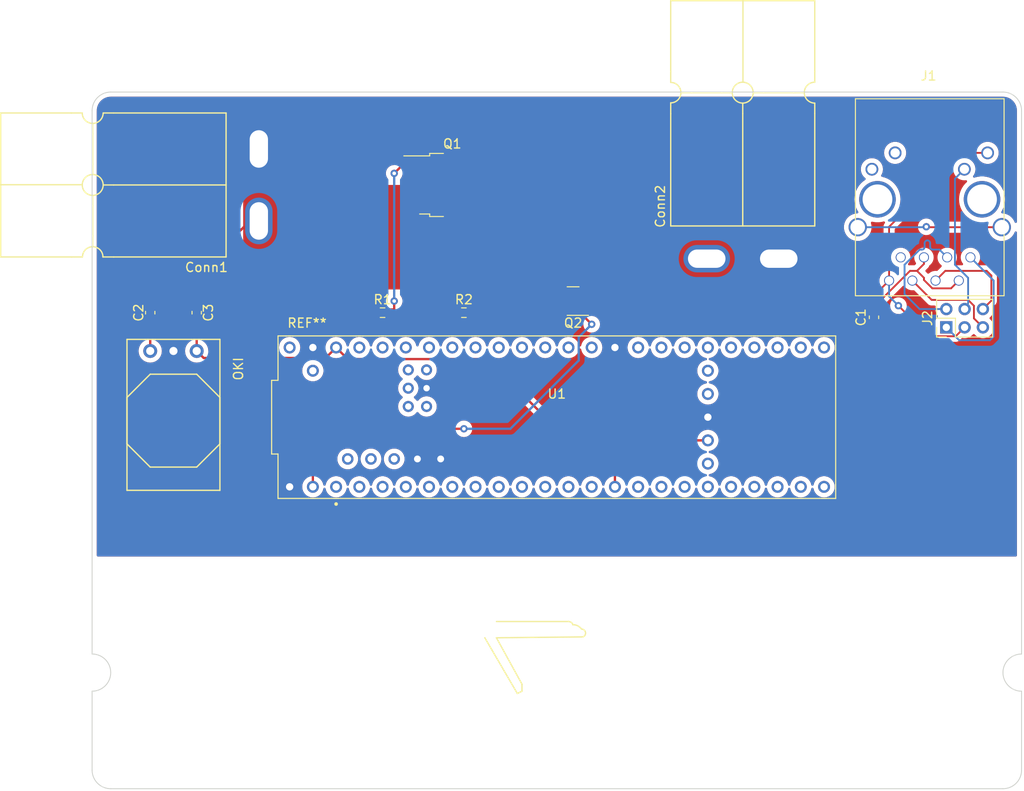
<source format=kicad_pcb>
(kicad_pcb (version 20211014) (generator pcbnew)
  (layers (0 "F.Cu" signal) (31 "B.Cu" signal) (34 "B.Paste" user) (35 "F.Paste" user) (36 "B.SilkS" user "B.Silkscreen") (37 "F.SilkS" user "F.Silkscreen") (38 "B.Mask" user) (39 "F.Mask" user) (44 "Edge.Cuts" user))
  (net 0 "")
  (net 1 "Net-(C1-Pad1)")
  (net 2 "Net-(C1-Pad2)")
  (net 3 "GND")
  (net 4 "+36V")
  (net 5 "Net-(Conn2-Pad4)")
  (net 6 "unconnected-(J1-PadSH)")
  (net 8 "Net-(J1-Pad10)")
  (net 10 "/Tx+")
  (net 11 "/Tx-")
  (net 13 "/Rx+")
  (net 14 "/Rx-")
  (net 15 "Net-(Q1-Pad1)")
  (net 16 "M1_EN")
  (net 17 "Net-(Q2-Pad3)")
  (net 22 "+3V3")
  (footprint "Resistor_SMD:R_0603_1608Metric_Pad0.98x0.95mm_HandSolder" (layer "F.Cu") (at 92.71 66.04)
    (fp_text reference "R1" (at 0 -1.43) (layer "F.SilkS"))
    (fp_text value "10k")
    (fp_line (start -0.254724 0.5225) (end 0.254724 0.5225) (layer "F.SilkS") (width 0.12))
    (fp_line (start -0.254724 -0.5225) (end 0.254724 -0.5225) (layer "F.SilkS") (width 0.12))
    (pad "1" smd roundrect (at -0.9125 0) (size 0.975 0.95) (layers "F.Cu" "F.Paste" "F.Mask") (net 4 "+36V"))
    (pad "2" smd roundrect (at 0.9125 0) (size 0.975 0.95) (layers "F.Cu" "F.Paste" "F.Mask") (net 15 "Net-(Q1-Pad1)"))
  )
  (footprint "MRDT_Connectors:Square_Anderson_2_H_Side_By_Side_PV" (layer "F.Cu") (at 79.3078 47.833)
    (fp_text reference "Conn1" (at -5.85 13.25) (layer "F.SilkS"))
    (fp_text value "AndersonPP")
    (fp_line (start -3.706 -3.637) (end -3.706 12.111) (layer "F.SilkS") (width 0.15))
    (fp_line (start -15.9996 -3.637) (end -3.706 -3.637) (layer "F.SilkS") (width 0.15))
    (fp_line (start -18.2856 1.951) (end -18.2856 -1.3256) (layer "F.SilkS") (width 0.15))
    (fp_line (start -28.344 -3.637) (end -28.344 12.111) (layer "F.SilkS") (width 0.15))
    (fp_line (start -15.9996 4.237) (end -17.1426 4.237) (layer "F.SilkS") (width 0.15))
    (fp_line (start -18.2856 1.951) (end -18.2856 3.094) (layer "F.SilkS") (width 0.15))
    (fp_line (start -20.597 12.111) (end -19.4286 12.111) (layer "F.SilkS") (width 0.15))
    (fp_line (start -15.9996 12.111) (end -3.706 12.111) (layer "F.SilkS") (width 0.15))
    (fp_line (start -28.3186 4.2116) (end -19.4286 4.2116) (layer "F.SilkS") (width 0.15))
    (fp_line (start -28.3186 -3.637) (end -20.5716 -3.637) (layer "F.SilkS") (width 0.15))
    (fp_line (start -15.9742 12.111) (end -17.168 12.111) (layer "F.SilkS") (width 0.15))
    (fp_line (start -16.025 -3.637) (end -17.1172 -3.637) (layer "F.SilkS") (width 0.15))
    (fp_line (start -20.5716 12.111) (end -28.3186 12.111) (layer "F.SilkS") (width 0.15))
    (fp_line (start -18.2856 6.523) (end -18.2856 9.825) (layer "F.SilkS") (width 0.15))
    (fp_line (start -19.4286 -3.637) (end -20.6478 -3.637) (layer "F.SilkS") (width 0.15))
    (fp_line (start -18.2856 -2.494) (end -18.2856 -1.3256) (layer "F.SilkS") (width 0.15))
    (fp_line (start -18.2856 9.7996) (end -18.2856 10.968) (layer "F.SilkS") (width 0.15))
    (fp_line (start -18.2856 6.523) (end -18.2856 5.38) (layer "F.SilkS") (width 0.15))
    (fp_line (start -15.9996 4.237) (end -3.706 4.237) (layer "F.SilkS") (width 0.15))
    (fp_arc (start -19.4032 12.111) (mid -19.075863 11.320737) (end -18.2856 10.9934) (layer "F.SilkS") (width 0.15))
    (fp_arc (start -18.2856 10.9934) (mid -17.495337 11.320737) (end -17.168 12.111) (layer "F.SilkS") (width 0.15))
    (fp_arc (start -17.1426 -3.637) (mid -17.477377 -2.828777) (end -18.2856 -2.494) (layer "F.SilkS") (width 0.15))
    (fp_arc (start -18.2856 -2.494) (mid -19.093823 -2.828777) (end -19.4286 -3.637) (layer "F.SilkS") (width 0.15))
    (fp_circle (center -18.2856 4.237) (end -18.2856 5.38) (layer "F.SilkS") (width 0.15) (fill none))
    (pad "1" thru_hole oval locked (at -0.1246 0.3) (size 3 5.1) (drill oval 2 4.1) (layers *.Cu *.Mask) (net 3 "GND"))
    (pad "4" thru_hole oval locked (at -0.1246 8.174) (size 3 5.1) (drill oval 2 4.1) (layers *.Cu *.Mask) (net 4 "+36V"))
  )
  (footprint "Package_TO_SOT_SMD:SOT-23" (layer "F.Cu") (at 113.538 64.77 180)
    (fp_text reference "Q2" (at 0 -2.4) (layer "F.SilkS"))
    (fp_text value "Q_NMOS_GSD")
    (fp_line (start 0 -1.56) (end -1.675 -1.56) (layer "F.SilkS") (width 0.12))
    (fp_line (start 0 -1.56) (end 0.65 -1.56) (layer "F.SilkS") (width 0.12))
    (fp_line (start 0 1.56) (end -0.65 1.56) (layer "F.SilkS") (width 0.12))
    (fp_line (start 0 1.56) (end 0.65 1.56) (layer "F.SilkS") (width 0.12))
    (pad "1" smd roundrect (at -0.9375 -0.95 180) (size 1.475 0.6) (layers "F.Cu" "F.Paste" "F.Mask") (net 16 "M1_EN"))
    (pad "2" smd roundrect (at -0.9375 0.95 180) (size 1.475 0.6) (layers "F.Cu" "F.Paste" "F.Mask") (net 3 "GND"))
    (pad "3" smd roundrect (at 0.9375 0 180) (size 1.475 0.6) (layers "F.Cu" "F.Paste" "F.Mask") (net 17 "Net-(Q2-Pad3)"))
  )
  (footprint "Package_TO_SOT_SMD:TO-252-2" (layer "F.Cu") (at 100.33 52.07)
    (fp_text reference "Q1" (at 0 -4.5) (layer "F.SilkS"))
    (fp_text value "Q_PMOS_GDS")
    (fp_line (start -2.47 -3.45) (end -2.47 -3.18) (layer "F.SilkS") (width 0.12))
    (fp_line (start -2.47 3.18) (end -3.57 3.18) (layer "F.SilkS") (width 0.12))
    (fp_line (start -0.97 -3.45) (end -2.47 -3.45) (layer "F.SilkS") (width 0.12))
    (fp_line (start -0.97 3.45) (end -2.47 3.45) (layer "F.SilkS") (width 0.12))
    (fp_line (start -2.47 -3.18) (end -5.3 -3.18) (layer "F.SilkS") (width 0.12))
    (fp_line (start -2.47 3.45) (end -2.47 3.18) (layer "F.SilkS") (width 0.12))
    (pad "1" smd rect (at -4.2 -2.28) (size 2.2 1.2) (layers "F.Cu" "F.Paste" "F.Mask") (net 15 "Net-(Q1-Pad1)"))
    (pad "2" smd rect (at 2.1 0) (size 6.4 5.8) (layers "F.Cu" "F.Mask") (net 5 "Net-(Conn2-Pad4)"))
    (pad "3" smd rect (at -4.2 2.28) (size 2.2 1.2) (layers "F.Cu" "F.Paste" "F.Mask") (net 4 "+36V"))
  )
  (footprint "Capacitor_SMD:C_0603_1608Metric_Pad1.08x0.95mm_HandSolder" (layer "F.Cu") (at 67.31 66.04 90)
    (fp_text reference "C2" (at 0 -1.27 90) (layer "F.SilkS"))
    (fp_text value "10uF")
    (fp_line (start -0.146267 -0.51) (end 0.146267 -0.51) (layer "F.SilkS") (width 0.12))
    (fp_line (start -0.146267 0.51) (end 0.146267 0.51) (layer "F.SilkS") (width 0.12))
    (pad "1" smd roundrect (at -0.8625 0 90) (size 1.075 0.95) (layers "F.Cu" "F.Paste" "F.Mask") (net 4 "+36V"))
    (pad "2" smd roundrect (at 0.8625 0 90) (size 1.075 0.95) (layers "F.Cu" "F.Paste" "F.Mask") (net 3 "GND"))
  )
  (footprint "MRDT_Connectors:Square_Anderson_2_H_Side_By_Side_PV" (layer "F.Cu") (at 136.317 60.2578 -90)
    (fp_text reference "Conn2" (at -5.85 13.25 90) (layer "F.SilkS"))
    (fp_text value "AndersonPP")
    (fp_line (start -28.3186 4.2116) (end -19.4286 4.2116) (layer "F.SilkS") (width 0.15))
    (fp_line (start -28.3186 -3.637) (end -20.5716 -3.637) (layer "F.SilkS") (width 0.15))
    (fp_line (start -28.344 -3.637) (end -28.344 12.111) (layer "F.SilkS") (width 0.15))
    (fp_line (start -15.9742 12.111) (end -17.168 12.111) (layer "F.SilkS") (width 0.15))
    (fp_line (start -15.9996 4.237) (end -17.1426 4.237) (layer "F.SilkS") (width 0.15))
    (fp_line (start -18.2856 9.7996) (end -18.2856 10.968) (layer "F.SilkS") (width 0.15))
    (fp_line (start -19.4286 -3.637) (end -20.6478 -3.637) (layer "F.SilkS") (width 0.15))
    (fp_line (start -16.025 -3.637) (end -17.1172 -3.637) (layer "F.SilkS") (width 0.15))
    (fp_line (start -20.5716 12.111) (end -28.3186 12.111) (layer "F.SilkS") (width 0.15))
    (fp_line (start -20.597 12.111) (end -19.4286 12.111) (layer "F.SilkS") (width 0.15))
    (fp_line (start -15.9996 12.111) (end -3.706 12.111) (layer "F.SilkS") (width 0.15))
    (fp_line (start -3.706 -3.637) (end -3.706 12.111) (layer "F.SilkS") (width 0.15))
    (fp_line (start -18.2856 6.523) (end -18.2856 5.38) (layer "F.SilkS") (width 0.15))
    (fp_line (start -15.9996 4.237) (end -3.706 4.237) (layer "F.SilkS") (width 0.15))
    (fp_line (start -18.2856 6.523) (end -18.2856 9.825) (layer "F.SilkS") (width 0.15))
    (fp_line (start -18.2856 -2.494) (end -18.2856 -1.3256) (layer "F.SilkS") (width 0.15))
    (fp_line (start -18.2856 1.951) (end -18.2856 3.094) (layer "F.SilkS") (width 0.15))
    (fp_line (start -15.9996 -3.637) (end -3.706 -3.637) (layer "F.SilkS") (width 0.15))
    (fp_line (start -18.2856 1.951) (end -18.2856 -1.3256) (layer "F.SilkS") (width 0.15))
    (fp_arc (start -18.2856 -2.494) (mid -19.093823 -2.828777) (end -19.4286 -3.637) (layer "F.SilkS") (width 0.15))
    (fp_arc (start -17.1426 -3.637) (mid -17.477377 -2.828777) (end -18.2856 -2.494) (layer "F.SilkS") (width 0.15))
    (fp_arc (start -19.4032 12.111) (mid -19.075863 11.320737) (end -18.2856 10.9934) (layer "F.SilkS") (width 0.15))
    (fp_arc (start -18.2856 10.9934) (mid -17.495337 11.320737) (end -17.168 12.111) (layer "F.SilkS") (width 0.15))
    (fp_circle (center -18.2856 4.237) (end -18.2856 5.38) (layer "F.SilkS") (width 0.15) (fill none))
    (pad "1" thru_hole oval locked (at -0.1246 0.3 270) (size 3 5.1) (drill oval 2 4.1) (layers *.Cu *.Mask) (net 3 "GND"))
    (pad "4" thru_hole oval locked (at -0.1246 8.174 270) (size 3 5.1) (drill oval 2 4.1) (layers *.Cu *.Mask) (net 5 "Net-(Conn2-Pad4)"))
  )
  (footprint "Capacitor_SMD:C_0603_1608Metric_Pad1.08x0.95mm_HandSolder" (layer "F.Cu") (at 72.39 66.04 90)
    (fp_text reference "C3" (at 0 1.27 90) (layer "F.SilkS"))
    (fp_text value "10uF")
    (fp_line (start -0.146267 -0.51) (end 0.146267 -0.51) (layer "F.SilkS") (width 0.12))
    (fp_line (start -0.146267 0.51) (end 0.146267 0.51) (layer "F.SilkS") (width 0.12))
    (pad "1" smd roundrect (at -0.8625 0 90) (size 1.075 0.95) (layers "F.Cu" "F.Paste" "F.Mask") (net 22 "+3V3"))
    (pad "2" smd roundrect (at 0.8625 0 90) (size 1.075 0.95) (layers "F.Cu" "F.Paste" "F.Mask") (net 3 "GND"))
  )
  (footprint "MRDT_Connectors:RJ45_Teensy" (layer "F.Cu") (at 152.4 40.64 180)
    (fp_text reference "J1" (at 0 0.5) (layer "F.SilkS"))
    (fp_text value "RJ45_LED_Shielded")
    (fp_line (start -8.25 -23.55) (end 8 -23.55) (layer "F.SilkS") (width 0.12))
    (fp_line (start -8.25 -2) (end 8 -2) (layer "F.SilkS") (width 0.12))
    (fp_line (start -8.25 -2) (end -8.25 -23.55) (layer "F.SilkS") (width 0.12))
    (fp_line (start 8 -2) (end 8 -23.55) (layer "F.SilkS") (width 0.12))
    (pad "1" thru_hole circle locked (at -4.57 -19.35 180) (size 1.1 1.1) (drill 0.9) (layers *.Cu *.Mask) (net 10 "/Tx+"))
    (pad "2" thru_hole circle locked (at -3.3 -21.89 180) (size 1.1 1.1) (drill 0.9) (layers *.Cu *.Mask) (net 1 "Net-(C1-Pad1)"))
    (pad "3" thru_hole circle locked (at -2.03 -19.35 180) (size 1.1 1.1) (drill 0.9) (layers *.Cu *.Mask) (net 11 "/Tx-"))
    (pad "4" thru_hole circle locked (at -0.76 -21.89 180) (size 1.1 1.1) (drill 0.9) (layers *.Cu *.Mask) (net 13 "/Rx+"))
    (pad "5" thru_hole circle locked (at 0.51 -19.35 180) (size 1.1 1.1) (drill 0.9) (layers *.Cu *.Mask) (net 1 "Net-(C1-Pad1)"))
    (pad "6" thru_hole circle locked (at 1.78 -21.89 180) (size 1.1 1.1) (drill 0.9) (layers *.Cu *.Mask) (net 14 "/Rx-"))
    (pad "7" thru_hole circle locked (at 3.05 -19.35 180) (size 1.1 1.1) (drill 0.9) (layers *.Cu *.Mask))
    (pad "8" thru_hole circle locked (at 4.32 -21.89 180) (size 1.1 1.1) (drill 0.9) (layers *.Cu *.Mask) (net 2 "Net-(C1-Pad2)"))
    (pad "9" thru_hole circle locked (at -6.45 -7.92 180) (size 1.4 1.4) (drill 1.02) (layers *.Cu *.Mask) (net 2 "Net-(C1-Pad2)"))
    (pad "10" thru_hole circle locked (at -3.91 -9.71 180) (size 1.4 1.4) (drill 1.02) (layers *.Cu *.Mask) (net 8 "Net-(J1-Pad10)"))
    (pad "11" thru_hole circle locked (at 3.66 -7.92 180) (size 1.4 1.4) (drill 1.02) (layers *.Cu *.Mask))
    (pad "12" thru_hole circle locked (at 6.2 -9.71 180) (size 1.4 1.4) (drill 1.02) (layers *.Cu *.Mask))
    (pad "13" thru_hole circle locked (at -5.84 -13 180) (size 4 4) (drill 3.25) (layers *.Cu *.Mask))
    (pad "14" thru_hole circle locked (at 5.59 -13 180) (size 4 4) (drill 3.25) (layers *.Cu *.Mask))
    (pad "SH" thru_hole circle locked (at 7.75 -16.05 180) (size 2 2) (drill 1.6) (layers *.Cu *.Mask) (net 6 "unconnected-(J1-PadSH)"))
    (pad "SH" thru_hole circle locked (at -8 -16.05 180) (size 2 2) (drill 1.6) (layers *.Cu *.Mask) (net 6 "unconnected-(J1-PadSH)"))
  )
  (footprint "MRDT_Shields:Teensy_4_1_Vertical" (layer "F.Cu") (at 60.96 41.91)
    (fp_text reference "U1" (at 50.8 33.02) (layer "F.SilkS"))
    (fp_text value "Teensy4.1_DEV-16771")
    (fp_text user "REF**" (at 23.495 25.265) (layer "F.SilkS"))
    (fp_line (start 20.32 26.67) (end 81.28 26.67) (layer "F.SilkS") (width 0.127))
    (fp_line (start 20.32 44.45) (end 20.32 39.59) (layer "F.SilkS") (width 0.127))
    (fp_line (start 20.32 31.53) (end 19.62 31.53) (layer "F.SilkS") (width 0.127))
    (fp_line (start 81.28 44.45) (end 20.32 44.45) (layer "F.SilkS") (width 0.127))
    (fp_line (start 19.62 39.59) (end 19.62 31.53) (layer "F.SilkS") (width 0.127))
    (fp_line (start 20.32 26.67) (end 20.32 31.53) (layer "F.SilkS") (width 0.127))
    (fp_line (start 20.32 39.59) (end 19.62 39.59) (layer "F.SilkS") (width 0.127))
    (fp_line (start 81.28 26.67) (end 81.28 44.45) (layer "F.SilkS") (width 0.127))
    (fp_circle (center 26.67 45.06) (end 26.77 45.06) (layer "F.SilkS") (width 0.2) (fill none))
    (pad "0" thru_hole circle locked (at 24.13 43.18) (size 1.308 1.308) (drill 0.8) (layers *.Cu *.Mask) (net 16 "M1_EN"))
    (pad "1" thru_hole circle locked (at 26.67 43.18) (size 1.308 1.308) (drill 0.8) (layers *.Cu *.Mask))
    (pad "2" thru_hole circle locked (at 29.21 43.18) (size 1.308 1.308) (drill 0.8) (layers *.Cu *.Mask))
    (pad "3" thru_hole circle locked (at 31.75 43.18) (size 1.308 1.308) (drill 0.8) (layers *.Cu *.Mask))
    (pad "3.3V_1" thru_hole circle locked (at 57.15 43.18) (size 1.308 1.308) (drill 0.8) (layers *.Cu *.Mask) (net 22 "+3V3"))
    (pad "3.3V_2" thru_hole circle locked (at 26.67 27.94) (size 1.308 1.308) (drill 0.8) (layers *.Cu *.Mask) (net 22 "+3V3"))
    (pad "3.3V_3" thru_hole circle locked (at 67.31 38.1) (size 1.308 1.308) (drill 0.8) (layers *.Cu *.Mask) (net 22 "+3V3"))
    (pad "4" thru_hole circle locked (at 34.29 43.18) (size 1.308 1.308) (drill 0.8) (layers *.Cu *.Mask))
    (pad "5" thru_hole circle locked (at 36.83 43.18) (size 1.308 1.308) (drill 0.8) (layers *.Cu *.Mask))
    (pad "5V" thru_hole circle locked (at 27.94 40.13) (size 1.258 1.258) (drill 0.75) (layers *.Cu *.Mask))
    (pad "6" thru_hole circle locked (at 39.37 43.18) (size 1.308 1.308) (drill 0.8) (layers *.Cu *.Mask))
    (pad "7" thru_hole circle locked (at 41.91 43.18) (size 1.308 1.308) (drill 0.8) (layers *.Cu *.Mask))
    (pad "8" thru_hole circle locked (at 44.45 43.18) (size 1.308 1.308) (drill 0.8) (layers *.Cu *.Mask))
    (pad "9" thru_hole circle locked (at 46.99 43.18) (size 1.308 1.308) (drill 0.8) (layers *.Cu *.Mask))
    (pad "10" thru_hole circle locked (at 49.53 43.18) (size 1.308 1.308) (drill 0.8) (layers *.Cu *.Mask))
    (pad "11" thru_hole circle locked (at 52.07 43.18) (size 1.308 1.308) (drill 0.8) (layers *.Cu *.Mask))
    (pad "12" thru_hole circle locked (at 54.61 43.18) (size 1.308 1.308) (drill 0.8) (layers *.Cu *.Mask))
    (pad "13" thru_hole circle locked (at 54.61 27.94) (size 1.308 1.308) (drill 0.8) (layers *.Cu *.Mask))
    (pad "14" thru_hole circle locked (at 52.07 27.94) (size 1.308 1.308) (drill 0.8) (layers *.Cu *.Mask))
    (pad "15" thru_hole circle locked (at 49.53 27.94) (size 1.308 1.308) (drill 0.8) (layers *.Cu *.Mask))
    (pad "16" thru_hole circle locked (at 46.99 27.94) (size 1.308 1.308) (drill 0.8) (layers *.Cu *.Mask))
    (pad "17" thru_hole circle locked (at 44.45 27.94) (size 1.308 1.308) (drill 0.8) (layers *.Cu *.Mask))
    (pad "18" thru_hole circle locked (at 41.91 27.94) (size 1.308 1.308) (drill 0.8) (layers *.Cu *.Mask))
    (pad "19" thru_hole circle locked (at 39.37 27.94) (size 1.308 1.308) (drill 0.8) (layers *.Cu *.Mask))
    (pad "20" thru_hole circle locked (at 36.83 27.94) (size 1.308 1.308) (drill 0.8) (layers *.Cu *.Mask))
    (pad "21" thru_hole circle locked (at 34.29 27.94) (size 1.308 1.308) (drill 0.8) (layers *.Cu *.Mask))
    (pad "22" thru_hole circle locked (at 31.75 27.94) (size 1.308 1.308) (drill 0.8) (layers *.Cu *.Mask))
    (pad "23" thru_hole circle locked (at 29.21 27.94) (size 1.308 1.308) (drill 0.8) (layers *.Cu *.Mask))
    (pad "24" thru_hole circle locked (at 59.69 43.18) (size 1.308 1.308) (drill 0.8) (layers *.Cu *.Mask))
    (pad "25" thru_hole circle locked (at 62.23 43.18) (size 1.308 1.308) (drill 0.8) (layers *.Cu *.Mask))
    (pad "26" thru_hole circle locked (at 64.77 43.18) (size 1.308 1.308) (drill 0.8) (layers *.Cu *.Mask))
    (pad "27" thru_hole circle locked (at 67.31 43.18) (size 1.308 1.308) (drill 0.8) (layers *.Cu *.Mask))
    (pad "28" thru_hole circle locked (at 69.85 43.18) (size 1.308 1.308) (drill 0.8) (layers *.Cu *.Mask))
    (pad "29" thru_hole circle locked (at 72.39 43.18) (size 1.308 1.308) (drill 0.8) (layers *.Cu *.Mask))
    (pad "30" thru_hole circle locked (at 74.93 43.18) (size 1.308 1.308) (drill 0.8) (layers *.Cu *.Mask))
    (pad "31" thru_hole circle locked (at 77.47 43.18) (size 1.308 1.308) (drill 0.8) (layers *.Cu *.Mask))
    (pad "32" thru_hole circle locked (at 80.01 43.18) (size 1.308 1.308) (drill 0.8) (layers *.Cu *.Mask))
    (pad "33" thru_hole circle locked (at 80.01 27.94) (size 1.308 1.308) (drill 0.8) (layers *.Cu *.Mask))
    (pad "34" thru_hole circle locked (at 77.47 27.94) (size 1.308 1.308) (drill 0.8) (layers *.Cu *.Mask))
    (pad "35" thru_hole circle locked (at 74.93 27.94) (size 1.308 1.308) (drill 0.8) (layers *.Cu *.Mask))
    (pad "36" thru_hole circle locked (at 72.39 27.94) (size 1.308 1.308) (drill 0.8) (layers *.Cu *.Mask))
    (pad "37" thru_hole circle locked (at 69.85 27.94) (size 1.308 1.308) (drill 0.8) (layers *.Cu *.Mask))
    (pad "38" thru_hole circle locked (at 67.31 27.94) (size 1.308 1.308) (drill 0.8) (layers *.Cu *.Mask))
    (pad "39" thru_hole circle locked (at 64.77 27.94) (size 1.308 1.308) (drill 0.8) (layers *.Cu *.Mask))
    (pad "40" thru_hole circle locked (at 62.23 27.94) (size 1.308 1.308) (drill 0.8) (layers *.Cu *.Mask))
    (pad "41" thru_hole circle locked (at 59.69 27.94) (size 1.308 1.308) (drill 0.8) (layers *.Cu *.Mask))
    (pad "D+" thru_hole circle locked (at 33.02 40.13 180) (size 1.258 1.258) (drill 0.75) (layers *.Cu *.Mask))
    (pad "D-" thru_hole circle locked (at 30.48 40.13) (size 1.258 1.258) (drill 0.75) (layers *.Cu *.Mask))
    (pad "GND1" thru_hole circle locked (at 21.59 43.18) (size 1.308 1.308) (drill 0.8) (layers *.Cu *.Mask) (net 3 "GND"))
    (pad "GND2" thru_hole circle locked (at 57.15 27.94) (size 1.308 1.308) (drill 0.8) (layers *.Cu *.Mask) (net 3 "GND"))
    (pad "GND3" thru_hole circle locked (at 24.13 27.94) (size 1.308 1.308) (drill 0.8) (layers *.Cu *.Mask) (net 3 "GND"))
    (pad "GND4" thru_hole circle locked (at 67.31 35.56) (size 1.308 1.308) (drill 0.8) (layers *.Cu *.Mask) (net 3 "GND"))
    (pad "GND5" thru_hole circle locked (at 36.56 32.39) (size 1.208 1.208) (drill 0.7) (layers *.Cu *.Mask) (net 3 "GND"))
    (pad "LED" thru_hole circle locked (at 34.56 32.39) (size 1.208 1.208) (drill 0.7) (layers *.Cu *.Mask))
    (pad "ON/OFF" thru_hole circle locked (at 67.31 30.48) (size 1.308 1.308) (drill 0.8) (layers *.Cu *.Mask))
    (pad "PROGRAM" thru_hole circle locked (at 67.31 33.02) (size 1.308 1.308) (drill 0.8) (layers *.Cu *.Mask))
    (pad "R+" thru_hole circle locked (at 34.56 30.39) (size 1.208 1.208) (drill 0.7) (layers *.Cu *.Mask))
    (pad "R-" thru_hole circle locked (at 36.56 30.39) (size 1.208 1.208) (drill 0.7) (layers *.Cu *.Mask))
    (pad "T+" thru_hole circle locked (at 36.56 34.39) (size 1.208 1.208) (drill 0.7) (layers *.Cu *.Mask))
    (pad "T-" thru_hole circle locked (at 34.56 34.39 270) (size 1.208 1.208) (drill 0.7) (layers *.Cu *.Mask))
    (pad "USB_GND1" thru_hole circle locked (at 35.56 40.13 180) (size 1.258 1.258) (drill 0.75) (layers *.Cu *.Mask) (net 3 "GND"))
    (pad "USB_GND2" thru_hole circle locked (at 38.1 40.13) (size 1.258 1.258) (drill 0.75) (layers *.Cu *.Mask) (net 3 "GND"))
    (pad "VBAT" thru_hole circle locked (at 67.31 40.64) (size 1.308 1.308) (drill 0.8) (layers *.Cu *.Mask))
    (pad "VIN" thru_hole circle locked (at 21.59 27.94) (size 1.308 1.308) (drill 0.8) (layers *.Cu *.Mask))
    (pad "VUSB" thru_hole circle locked (at 24.13 30.48) (size 1.308 1.308) (drill 0.8) (layers *.Cu *.Mask))
  )
  (footprint "Resistor_SMD:R_0603_1608Metric_Pad0.98x0.95mm_HandSolder" (layer "F.Cu") (at 101.6 66.04)
    (fp_text reference "R2" (at 0 -1.43) (layer "F.SilkS"))
    (fp_text value "22k")
    (fp_line (start -0.254724 -0.5225) (end 0.254724 -0.5225) (layer "F.SilkS") (width 0.12))
    (fp_line (start -0.254724 0.5225) (end 0.254724 0.5225) (layer "F.SilkS") (width 0.12))
    (pad "1" smd roundrect (at -0.9125 0) (size 0.975 0.95) (layers "F.Cu" "F.Paste" "F.Mask") (net 15 "Net-(Q1-Pad1)"))
    (pad "2" smd roundrect (at 0.9125 0) (size 0.975 0.95) (layers "F.Cu" "F.Paste" "F.Mask") (net 17 "Net-(Q2-Pad3)"))
  )
  (footprint "Connector_PinHeader_2.00mm:PinHeader_2x03_P2.00mm_Vertical" (layer "F.Cu") (at 154.335 67.6455 90)
    (fp_text reference "J2" (at 1 -2.06 90) (layer "F.SilkS"))
    (fp_text value "Conn_02x03_Counter_Clockwise")
    (fp_line (start -1.06 0) (end -1.06 -1.06) (layer "F.SilkS") (width 0.12))
    (fp_line (start -1.06 1) (end 1 1) (layer "F.SilkS") (width 0.12))
    (fp_line (start 3.06 -1.06) (end 3.06 5.06) (layer "F.SilkS") (width 0.12))
    (fp_line (start 1 1) (end 1 -1.06) (layer "F.SilkS") (width 0.12))
    (fp_line (start -1.06 1) (end -1.06 5.06) (layer "F.SilkS") (width 0.12))
    (fp_line (start -1.06 -1.06) (end 0 -1.06) (layer "F.SilkS") (width 0.12))
    (fp_line (start -1.06 5.06) (end 3.06 5.06) (layer "F.SilkS") (width 0.12))
    (fp_line (start 1 -1.06) (end 3.06 -1.06) (layer "F.SilkS") (width 0.12))
    (pad "1" thru_hole rect (at 0 0 90) (size 1.35 1.35) (drill 0.8) (layers *.Cu *.Mask) (net 10 "/Tx+"))
    (pad "2" thru_hole oval (at 2 0 90) (size 1.35 1.35) (drill 0.8) (layers *.Cu *.Mask) (net 11 "/Tx-"))
    (pad "3" thru_hole oval (at 0 2 90) (size 1.35 1.35) (drill 0.8) (layers *.Cu *.Mask) (net 2 "Net-(C1-Pad2)"))
    (pad "4" thru_hole oval (at 2 2 90) (size 1.35 1.35) (drill 0.8) (layers *.Cu *.Mask) (net 8 "Net-(J1-Pad10)"))
    (pad "5" thru_hole oval (at 0 4 90) (size 1.35 1.35) (drill 0.8) (layers *.Cu *.Mask) (net 14 "/Rx-"))
    (pad "6" thru_hole oval (at 2 4 90) (size 1.35 1.35) (drill 0.8) (layers *.Cu *.Mask) (net 13 "/Rx+"))
  )
  (footprint "MRDT_Devices:OKI_Horizontal" (layer "F.Cu") (at 67.31 70.231)
    (fp_text reference "U2" hide)
    (fp_text value "OKI" (at 9.64 1.95 270) (layer "F.SilkS"))
    (fp_line (start 7.62 10.16) (end 5.08 12.7) (layer "F.SilkS") (width 0.15))
    (fp_line (start 5.08 2.54) (end 7.62 5.08) (layer "F.SilkS") (width 0.15))
    (fp_line (start -2.54 15.24) (end -2.54 -1.27) (layer "F.SilkS") (width 0.15))
    (fp_line (start -2.54 -1.27) (end 7.62 -1.27) (layer "F.SilkS") (width 0.15))
    (fp_line (start 0 12.7) (end -2.54 10.16) (layer "F.SilkS") (width 0.15))
    (fp_line (start -2.54 10.16) (end -2.54 5.08) (layer "F.SilkS") (width 0.15))
    (fp_line (start 5.08 12.7) (end 0 12.7) (layer "F.SilkS") (width 0.15))
    (fp_line (start -2.54 15.24) (end 7.62 15.24) (layer "F.SilkS") (width 0.15))
    (fp_line (start 7.62 5.08) (end 7.62 10.16) (layer "F.SilkS") (width 0.15))
    (fp_line (start -2.54 5.08) (end 0 2.54) (layer "F.SilkS") (width 0.15))
    (fp_line (start 7.62 -1.27) (end 7.62 15.24) (layer "F.SilkS") (width 0.15))
    (fp_line (start 0 2.54) (end 5.08 2.54) (layer "F.SilkS") (width 0.15))
    (pad "1" thru_hole circle locked (at 0 0) (size 1.524 1.524) (drill 0.889) (layers *.Cu *.Mask) (net 4 "+36V"))
    (pad "2" thru_hole circle locked (at 2.54 0) (size 1.524 1.524) (drill 0.889) (layers *.Cu *.Mask) (net 3 "GND"))
    (pad "3" thru_hole circle locked (at 5.08 0) (size 1.524 1.524) (drill 0.889) (layers *.Cu *.Mask) (net 22 "+3V3"))
  )
  (footprint "Capacitor_SMD:C_0603_1608Metric_Pad1.08x0.95mm_HandSolder" (layer "F.Cu") (at 146.429 66.548 90)
    (fp_text reference "C1" (at 0 -1.43 90) (layer "F.SilkS"))
    (fp_text value "C")
    (fp_line (start -0.146267 -0.51) (end 0.146267 -0.51) (layer "F.SilkS") (width 0.12))
    (fp_line (start -0.146267 0.51) (end 0.146267 0.51) (layer "F.SilkS") (width 0.12))
    (pad "1" smd roundrect (at -0.8625 0 90) (size 1.075 0.95) (layers "F.Cu" "F.Paste" "F.Mask") (net 1 "Net-(C1-Pad1)"))
    (pad "2" smd roundrect (at 0.8625 0 90) (size 1.075 0.95) (layers "F.Cu" "F.Paste" "F.Mask") (net 2 "Net-(C1-Pad2)"))
  )
  (gr_arc (start 113.511931 100.169356) (mid 114.044508 100.296785) (end 114.461731 100.651471) (layer "F.SilkS") (width 0.15))
  (gr_line (start 107.95 106.68) (end 107.95 107.442) (layer "F.SilkS") (width 0.15))
  (gr_arc (start 113.03 99.822) (mid 113.327033 99.917889) (end 113.511931 100.169356) (layer "F.SilkS") (width 0.15))
  (gr_line (start 114.612142 101.506056) (end 105.156 101.6) (layer "F.SilkS") (width 0.15))
  (gr_line (start 105.156 101.6) (end 107.95 106.68) (layer "F.SilkS") (width 0.15))
  (gr_line (start 105.156 99.822) (end 113.03 99.822) (layer "F.SilkS") (width 0.15))
  (gr_line (start 107.442 107.696) (end 103.886 101.6) (layer "F.SilkS") (width 0.15))
  (gr_line (start 107.95 107.442) (end 107.442 107.696) (layer "F.SilkS") (width 0.15))
  (gr_arc (start 114.461731 100.651471) (mid 114.895591 101.015639) (end 114.612142 101.506056) (layer "F.SilkS") (width 0.15))
  (gr_arc (start 162.56 116.078) (mid 161.964841 117.514841) (end 160.528 118.11) (layer "Edge.Cuts") (width 0.1))
  (gr_line (start 162.56 107.442) (end 162.56 116.078) (layer "Edge.Cuts") (width 0.1))
  (gr_line (start 160.528 118.11) (end 62.992 118.11) (layer "Edge.Cuts") (width 0.1))
  (gr_arc (start 60.96 43.942) (mid 61.555159 42.505159) (end 62.992 41.91) (layer "Edge.Cuts") (width 0.1))
  (gr_arc (start 162.56 107.442) (mid 160.528 105.41) (end 162.56 103.378) (layer "Edge.Cuts") (width 0.1))
  (gr_line (start 162.56 43.942) (end 162.56 103.378) (layer "Edge.Cuts") (width 0.1))
  (gr_line (start 60.96 103.378) (end 60.96 43.942) (layer "Edge.Cuts") (width 0.1))
  (gr_arc (start 60.96 103.378) (mid 62.992 105.41) (end 60.96 107.442) (layer "Edge.Cuts") (width 0.1))
  (gr_line (start 62.992 41.91) (end 160.528 41.91) (layer "Edge.Cuts") (width 0.1))
  (gr_line (start 60.96 116.078) (end 60.96 107.442) (layer "Edge.Cuts") (width 0.1))
  (gr_arc (start 62.992 118.11) (mid 61.555159 117.514841) (end 60.96 116.078) (layer "Edge.Cuts") (width 0.1))
  (gr_arc (start 160.528 41.91) (mid 161.964841 42.505159) (end 162.56 43.942) (layer "Edge.Cuts") (width 0.1))
  (segment (start 151.89 62.462082) (end 152.807918 63.38) (width 0.2) (layer "F.Cu") (net 1))
  (segment (start 147.204 64.632) (end 150.368 61.468) (width 0.2) (layer "F.Cu") (net 1))
  (segment (start 151.13 61.468) (end 151.89 62.228) (width 0.2) (layer "F.Cu") (net 1))
  (segment (start 151.89 62.228) (end 151.89 62.462082) (width 0.2) (layer "F.Cu") (net 1))
  (segment (start 151.13 61.468) (end 151.89 60.708) (width 0.2) (layer "F.Cu") (net 1))
  (segment (start 152.807918 63.38) (end 154.85 63.38) (width 0.2) (layer "F.Cu") (net 1))
  (segment (start 151.89 60.708) (end 151.89 59.99) (width 0.2) (layer "F.Cu") (net 1))
  (segment (start 154.85 63.38) (end 155.7 62.53) (width 0.2) (layer "F.Cu") (net 1))
  (segment (start 147.204 66.6355) (end 147.204 64.632) (width 0.2) (layer "F.Cu") (net 1))
  (segment (start 146.429 67.4105) (end 147.204 66.6355) (width 0.2) (layer "F.Cu") (net 1))
  (segment (start 150.368 61.468) (end 151.13 61.468) (width 0.2) (layer "F.Cu") (net 1))
  (segment (start 146.429 64.181) (end 148.08 62.53) (width 0.2) (layer "F.Cu") (net 2))
  (segment (start 155.36 68.6205) (end 152.4405 68.6205) (width 0.2) (layer "F.Cu") (net 2))
  (segment (start 152.4405 68.6205) (end 149.098 65.278) (width 0.2) (layer "F.Cu") (net 2))
  (segment (start 148.08 62.53) (end 148.08 56.644) (width 0.2) (layer "F.Cu") (net 2))
  (segment (start 156.335 67.6455) (end 155.36 68.6205) (width 0.2) (layer "F.Cu") (net 2))
  (segment (start 146.429 65.6855) (end 146.429 64.181) (width 0.2) (layer "F.Cu") (net 2))
  (segment (start 156.164 48.56) (end 158.85 48.56) (width 0.2) (layer "F.Cu") (net 2))
  (segment (start 148.08 56.644) (end 156.164 48.56) (width 0.2) (layer "F.Cu") (net 2))
  (via (at 149.098 65.278) (size 0.8) (drill 0.4) (layers "F.Cu" "B.Cu") (net 2))
  (segment (start 148.08 64.26) (end 148.08 62.53) (width 0.2) (layer "B.Cu") (net 2))
  (segment (start 149.098 65.278) (end 148.08 64.26) (width 0.2) (layer "B.Cu") (net 2))
  (segment (start 80.01 66.04) (end 91.7975 66.04) (width 0.254) (layer "F.Cu") (net 4))
  (segment (start 79.1832 65.2132) (end 80.01 66.04) (width 0.254) (layer "F.Cu") (net 4))
  (segment (start 78.2055 56.007) (end 77.26625 56.94625) (width 0.254) (layer "F.Cu") (net 4))
  (segment (start 77.26625 56.94625) (end 67.31 66.9025) (width 0.254) (layer "F.Cu") (net 4))
  (segment (start 79.1832 56.007) (end 79.1832 65.2132) (width 0.254) (layer "F.Cu") (net 4))
  (segment (start 94.473 56.007) (end 96.13 54.35) (width 1.27) (layer "F.Cu") (net 4))
  (segment (start 67.31 66.9025) (end 67.31 70.231) (width 0.254) (layer "F.Cu") (net 4))
  (segment (start 79.1832 56.007) (end 94.473 56.007) (width 1.27) (layer "F.Cu") (net 4))
  (segment (start 79.1832 56.007) (end 78.2055 56.007) (width 0.254) (layer "F.Cu") (net 4))
  (segment (start 152.146 56.642) (end 152.194 56.69) (width 0.2) (layer "F.Cu") (net 6))
  (segment (start 152.194 56.69) (end 160.4 56.69) (width 0.2) (layer "F.Cu") (net 6))
  (via (at 152.146 56.642) (size 0.8) (drill 0.4) (layers "F.Cu" "B.Cu") (net 6))
  (segment (start 144.65 56.69) (end 152.098 56.69) (width 0.2) (layer "B.Cu") (net 6))
  (segment (start 152.098 56.69) (end 152.146 56.642) (width 0.2) (layer "B.Cu") (net 6))
  (segment (start 155.28 51.38) (end 155.28 60.792) (width 0.2) (layer "B.Cu") (net 8))
  (segment (start 156.31 50.35) (end 155.28 51.38) (width 0.2) (layer "B.Cu") (net 8))
  (segment (start 155.28 60.792) (end 156.718 62.23) (width 0.2) (layer "B.Cu") (net 8))
  (segment (start 156.718 62.23) (end 156.718 65.024) (width 0.2) (layer "B.Cu") (net 8))
  (segment (start 159.512 68.646391) (end 159.512 62.532) (width 0.2) (layer "B.Cu") (net 10))
  (segment (start 154.335 67.6455) (end 155.74289 69.05339) (width 0.2) (layer "B.Cu") (net 10))
  (segment (start 159.105001 69.05339) (end 159.512 68.646391) (width 0.2) (layer "B.Cu") (net 10))
  (segment (start 159.512 62.532) (end 156.97 59.99) (width 0.2) (layer "B.Cu") (net 10))
  (segment (start 155.74289 69.05339) (end 159.105001 69.05339) (width 0.2) (layer "B.Cu") (net 10))
  (segment (start 153.58 59.14) (end 152.866 59.14) (width 0.2) (layer "B.Cu") (net 11))
  (segment (start 151.966 58.44) (end 151.966 58.84) (width 0.2) (layer "B.Cu") (net 11))
  (segment (start 149.77 63.999312) (end 151.416188 65.6455) (width 0.2) (layer "B.Cu") (net 11))
  (segment (start 151.416188 65.6455) (end 154.335 65.6455) (width 0.2) (layer "B.Cu") (net 11))
  (segment (start 149.77 60.796) (end 149.77 63.999312) (width 0.2) (layer "B.Cu") (net 11))
  (segment (start 151.426 59.14) (end 149.77 60.796) (width 0.2) (layer "B.Cu") (net 11))
  (segment (start 154.43 59.99) (end 153.58 59.14) (width 0.2) (layer "B.Cu") (net 11))
  (segment (start 151.666 59.14) (end 151.616 59.14) (width 0.2) (layer "B.Cu") (net 11))
  (segment (start 152.566 58.84) (end 152.566 58.44) (width 0.2) (layer "B.Cu") (net 11))
  (segment (start 151.616 59.14) (end 151.426 59.14) (width 0.2) (layer "B.Cu") (net 11))
  (arc (start 151.966 58.84) (mid 151.878132 59.052132) (end 151.666 59.14) (width 0.2) (layer "B.Cu") (net 11))
  (arc (start 152.566 58.44) (mid 152.478132 58.227868) (end 152.266 58.14) (width 0.2) (layer "B.Cu") (net 11))
  (arc (start 152.866 59.14) (mid 152.653868 59.052132) (end 152.566 58.84) (width 0.2) (layer "B.Cu") (net 11))
  (arc (start 152.266 58.14) (mid 152.053868 58.227868) (end 151.966 58.44) (width 0.2) (layer "B.Cu") (net 11))
  (segment (start 154.222 61.468) (end 153.16 62.53) (width 0.2) (layer "F.Cu") (net 13))
  (segment (start 159.258 64.7225) (end 158.335 65.6455) (width 0.2) (layer "F.Cu") (net 13))
  (segment (start 158.75 61.468) (end 154.222 61.468) (width 0.2) (layer "F.Cu") (net 13))
  (segment (start 159.258 61.976) (end 158.75 61.468) (width 0.2) (layer "F.Cu") (net 13))
  (segment (start 159.258 64.7225) (end 159.258 61.976) (width 0.2) (layer "F.Cu") (net 13))
  (segment (start 156.711359 64.643) (end 152.733 64.643) (width 0.2) (layer "F.Cu") (net 14))
  (segment (start 152.733 64.643) (end 150.62 62.53) (width 0.2) (layer "F.Cu") (net 14))
  (segment (start 158.335 67.6455) (end 157.353 66.6635) (width 0.2) (layer "F.Cu") (net 14))
  (segment (start 157.353 65.284641) (end 156.711359 64.643) (width 0.2) (layer "F.Cu") (net 14))
  (segment (start 157.353 66.6635) (end 157.353 65.284641) (width 0.2) (layer "F.Cu") (net 14))
  (segment (start 93.6225 66.04) (end 100.6875 66.04) (width 0.25) (layer "F.Cu") (net 15))
  (segment (start 93.98 64.77) (end 93.98 65.6825) (width 0.25) (layer "F.Cu") (net 15))
  (segment (start 94.99 49.79) (end 93.98 50.8) (width 0.25) (layer "F.Cu") (net 15))
  (segment (start 96.13 49.79) (end 94.99 49.79) (width 0.25) (layer "F.Cu") (net 15))
  (segment (start 93.98 65.6825) (end 93.6225 66.04) (width 0.25) (layer "F.Cu") (net 15))
  (via (at 93.98 64.77) (size 0.8) (drill 0.4) (layers "F.Cu" "B.Cu") (net 15))
  (via (at 93.98 50.8) (size 0.8) (drill 0.4) (layers "F.Cu" "B.Cu") (net 15))
  (segment (start 93.98 50.8) (end 93.98 64.77) (width 0.25) (layer "B.Cu") (net 15))
  (segment (start 114.4755 65.72) (end 114.4755 66.2155) (width 0.25) (layer "F.Cu") (net 16))
  (segment (start 85.09 81.28) (end 85.09 85.09) (width 0.25) (layer "F.Cu") (net 16))
  (segment (start 101.6 78.74) (end 87.63 78.74) (width 0.25) (layer "F.Cu") (net 16))
  (segment (start 87.63 78.74) (end 85.09 81.28) (width 0.25) (layer "F.Cu") (net 16))
  (segment (start 114.4755 66.2155) (end 115.57 67.31) (width 0.25) (layer "F.Cu") (net 16))
  (via (at 115.57 67.31) (size 0.8) (drill 0.4) (layers "F.Cu" "B.Cu") (net 16))
  (via (at 101.6 78.74) (size 0.8) (drill 0.4) (layers "F.Cu" "B.Cu") (net 16))
  (segment (start 115.57 67.31) (end 114.154301 68.725699) (width 0.25) (layer "B.Cu") (net 16))
  (segment (start 114.154301 71.265699) (end 106.68 78.74) (width 0.25) (layer "B.Cu") (net 16))
  (segment (start 114.154301 68.725699) (end 114.154301 71.265699) (width 0.25) (layer "B.Cu") (net 16))
  (segment (start 106.68 78.74) (end 101.6 78.74) (width 0.25) (layer "B.Cu") (net 16))
  (segment (start 111.3305 66.04) (end 112.6005 64.77) (width 0.25) (layer "F.Cu") (net 17))
  (segment (start 102.5125 66.04) (end 111.3305 66.04) (width 0.25) (layer "F.Cu") (net 17))
  (segment (start 128.27 80.01) (end 118.618 80.01) (width 0.254) (layer "F.Cu") (net 22))
  (segment (start 86.487001 70.992999) (end 87.63 69.85) (width 0.254) (layer "F.Cu") (net 22))
  (segment (start 88.9 71.12) (end 104.14 71.12) (width 0.254) (layer "F.Cu") (net 22))
  (segment (start 118.618 80.01) (end 118.11 79.502) (width 0.254) (layer "F.Cu") (net 22))
  (segment (start 104.14 71.12) (end 110.236 77.216) (width 0.254) (layer "F.Cu") (net 22))
  (segment (start 72.39 70.231) (end 72.39 66.9025) (width 0.254) (layer "F.Cu") (net 22))
  (segment (start 115.824 77.216) (end 118.11 79.502) (width 0.254) (layer "F.Cu") (net 22))
  (segment (start 73.151999 70.992999) (end 86.487001 70.992999) (width 0.254) (layer "F.Cu") (net 22))
  (segment (start 118.11 79.502) (end 118.11 85.09) (width 0.254) (layer "F.Cu") (net 22))
  (segment (start 72.39 70.231) (end 73.151999 70.992999) (width 0.254) (layer "F.Cu") (net 22))
  (segment (start 87.63 69.85) (end 88.9 71.12) (width 0.254) (layer "F.Cu") (net 22))
  (segment (start 110.236 77.216) (end 115.824 77.216) (width 0.254) (layer "F.Cu") (net 22))
  (zone (net 3) (net_name "GND") (layer "F.Cu") (connect_pads yes (clearance 0.508)) (min_thickness 0.254) (fill yes (thermal_gap 0.508) (thermal_bridge_width 0.508))
    (polygon (pts (xy 162.56 92.71) (xy 60.96 92.71) (xy 60.96 41.91) (xy 162.56 41.91)))
  )
  (zone (net 5) (net_name "Net-(Conn2-Pad4)") (layer "F.Cu") (priority 1) (connect_pads yes (clearance 0.508)) (min_thickness 0.254) (fill yes (thermal_gap 0.508) (thermal_bridge_width 0.508))
    (polygon (pts (xy 131.826 62.992) (xy 99.06 62.992) (xy 99.06 48.768) (xy 131.826 48.768)))
  )
  (zone (net 4) (net_name "+36V") (layer "F.Cu") (priority 1) (connect_pads yes (clearance 0.508)) (min_thickness 0.254) (fill yes (thermal_gap 0.508) (thermal_bridge_width 0.508))
    (polygon (pts (xy 97.79 63.5) (xy 77.47 63.5) (xy 77.47 52.07) (xy 97.79 52.07)))
  )
  (zone (net 3) (net_name "GND") (layer "B.Cu") (connect_pads yes (clearance 0.508)) (min_thickness 0.254) (fill yes (thermal_gap 0.508) (thermal_bridge_width 0.508))
    (polygon (pts (xy 162.56 92.71) (xy 60.96 92.71) (xy 60.96 41.91) (xy 162.56 41.91)))
  )
)
</source>
